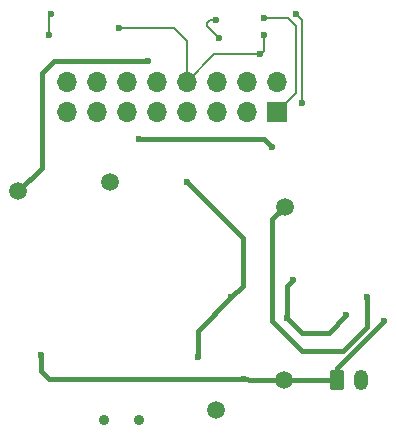
<source format=gbr>
%TF.GenerationSoftware,KiCad,Pcbnew,8.0.1*%
%TF.CreationDate,2024-03-24T23:22:49+02:00*%
%TF.ProjectId,EEE3088F_2024_Group_52_Power,45454533-3038-4384-965f-323032345f47,rev?*%
%TF.SameCoordinates,Original*%
%TF.FileFunction,Copper,L2,Bot*%
%TF.FilePolarity,Positive*%
%FSLAX46Y46*%
G04 Gerber Fmt 4.6, Leading zero omitted, Abs format (unit mm)*
G04 Created by KiCad (PCBNEW 8.0.1) date 2024-03-24 23:22:49*
%MOMM*%
%LPD*%
G01*
G04 APERTURE LIST*
G04 Aperture macros list*
%AMRoundRect*
0 Rectangle with rounded corners*
0 $1 Rounding radius*
0 $2 $3 $4 $5 $6 $7 $8 $9 X,Y pos of 4 corners*
0 Add a 4 corners polygon primitive as box body*
4,1,4,$2,$3,$4,$5,$6,$7,$8,$9,$2,$3,0*
0 Add four circle primitives for the rounded corners*
1,1,$1+$1,$2,$3*
1,1,$1+$1,$4,$5*
1,1,$1+$1,$6,$7*
1,1,$1+$1,$8,$9*
0 Add four rect primitives between the rounded corners*
20,1,$1+$1,$2,$3,$4,$5,0*
20,1,$1+$1,$4,$5,$6,$7,0*
20,1,$1+$1,$6,$7,$8,$9,0*
20,1,$1+$1,$8,$9,$2,$3,0*%
G04 Aperture macros list end*
%TA.AperFunction,ComponentPad*%
%ADD10O,1.700000X1.700000*%
%TD*%
%TA.AperFunction,ComponentPad*%
%ADD11R,1.700000X1.700000*%
%TD*%
%TA.AperFunction,ComponentPad*%
%ADD12RoundRect,0.250000X-0.350000X-0.625000X0.350000X-0.625000X0.350000X0.625000X-0.350000X0.625000X0*%
%TD*%
%TA.AperFunction,ComponentPad*%
%ADD13O,1.200000X1.750000*%
%TD*%
%TA.AperFunction,ComponentPad*%
%ADD14C,1.500000*%
%TD*%
%TA.AperFunction,ComponentPad*%
%ADD15C,0.900000*%
%TD*%
%TA.AperFunction,ViaPad*%
%ADD16C,0.600000*%
%TD*%
%TA.AperFunction,Conductor*%
%ADD17C,0.400000*%
%TD*%
%TA.AperFunction,Conductor*%
%ADD18C,0.200000*%
%TD*%
G04 APERTURE END LIST*
D10*
%TO.P,J1,16,Pin_16*%
%TO.N,PWM4*%
X116095000Y-23735000D03*
%TO.P,J1,15,Pin_15*%
%TO.N,Motor1_B*%
X116095000Y-26275000D03*
%TO.P,J1,14,Pin_14*%
%TO.N,PWM3*%
X118635000Y-23735000D03*
%TO.P,J1,13,Pin_13*%
%TO.N,Motor1_A*%
X118635000Y-26275000D03*
%TO.P,J1,12,Pin_12*%
%TO.N,5V*%
X121175000Y-23735000D03*
%TO.P,J1,11,Pin_11*%
X121175000Y-26275000D03*
%TO.P,J1,10,Pin_10*%
%TO.N,BATT_ADC*%
X123715000Y-23735000D03*
%TO.P,J1,9,Pin_9*%
%TO.N,RESV*%
X123715000Y-26275000D03*
%TO.P,J1,8,Pin_8*%
%TO.N,VCC*%
X126255000Y-23735000D03*
%TO.P,J1,7,Pin_7*%
X126255000Y-26275000D03*
%TO.P,J1,6,Pin_6*%
%TO.N,GND*%
X128795000Y-23735000D03*
%TO.P,J1,5,Pin_5*%
X128795000Y-26275000D03*
%TO.P,J1,4,Pin_4*%
%TO.N,PWM2*%
X131335000Y-23735000D03*
%TO.P,J1,3,Pin_3*%
%TO.N,Motor2_B*%
X131335000Y-26275000D03*
%TO.P,J1,2,Pin_2*%
%TO.N,PWM1*%
X133875000Y-23735000D03*
D11*
%TO.P,J1,1,Pin_1*%
%TO.N,Motor2_A*%
X133875000Y-26275000D03*
%TD*%
D12*
%TO.P,J2,1,Pin_1*%
%TO.N,BATT*%
X139000000Y-49000000D03*
D13*
%TO.P,J2,2,Pin_2*%
%TO.N,GND*%
X141000000Y-49000000D03*
%TD*%
D14*
%TO.P,TP16,1,1*%
%TO.N,BATT*%
X134500000Y-49000000D03*
%TD*%
%TO.P,TP13,1,1*%
%TO.N,5V*%
X134560000Y-34334000D03*
%TD*%
%TO.P,TP4,1,1*%
%TO.N,VCC*%
X128736000Y-51500000D03*
%TD*%
%TO.P,TP2,1,1*%
%TO.N,BATT_ADC*%
X112000000Y-33000000D03*
%TD*%
%TO.P,TP1,1,1*%
%TO.N,Net-(JP3-A)*%
X119750000Y-32250000D03*
%TD*%
D15*
%TO.P,SW1,*%
%TO.N,*%
X122250000Y-52400000D03*
X119250000Y-52400000D03*
%TD*%
D16*
%TO.N,GND*%
X134750000Y-43750000D03*
X135250000Y-40500000D03*
X139770000Y-43520000D03*
%TO.N,VCC*%
X126250000Y-32250000D03*
%TO.N,GND*%
X128750000Y-18500000D03*
X129000000Y-20000000D03*
X114750000Y-18000000D03*
X114563235Y-19813235D03*
%TO.N,5V*%
X141500000Y-42000000D03*
%TO.N,BATT*%
X143000000Y-44000000D03*
%TO.N,VCC*%
X130000000Y-42000000D03*
X120500000Y-19200000D03*
X127200000Y-47000000D03*
X132500000Y-21400000D03*
X132800000Y-19800000D03*
%TO.N,5V*%
X133500000Y-29300000D03*
X122200000Y-28600000D03*
%TO.N,BATT_ADC*%
X123000000Y-22000000D03*
%TO.N,BATT*%
X131100000Y-48900000D03*
X113900000Y-46900000D03*
%TO.N,Motor2_B*%
X135500000Y-18000000D03*
%TO.N,Motor2_A*%
X132800000Y-18300000D03*
%TO.N,Motor2_B*%
X136000000Y-25500000D03*
%TD*%
D17*
%TO.N,GND*%
X136000000Y-45000000D02*
X134750000Y-43750000D01*
X138290000Y-45000000D02*
X136000000Y-45000000D01*
X139770000Y-43520000D02*
X138290000Y-45000000D01*
X134750000Y-41000000D02*
X134750000Y-43750000D01*
X135250000Y-40500000D02*
X134750000Y-41000000D01*
%TO.N,VCC*%
X131000000Y-37000000D02*
X126250000Y-32250000D01*
X131000000Y-39050000D02*
X131000000Y-37000000D01*
D18*
%TO.N,GND*%
X128250000Y-18500000D02*
X128000000Y-18750000D01*
X128000000Y-19000000D02*
X129000000Y-20000000D01*
X128750000Y-18500000D02*
X128250000Y-18500000D01*
X128000000Y-18750000D02*
X128000000Y-19000000D01*
X114563235Y-18186765D02*
X114750000Y-18000000D01*
X114563235Y-19813235D02*
X114563235Y-18186765D01*
%TO.N,Motor2_B*%
X136000000Y-18500000D02*
X135500000Y-18000000D01*
X136000000Y-25500000D02*
X136000000Y-18500000D01*
D17*
%TO.N,VCC*%
X131000000Y-41000000D02*
X131000000Y-39050000D01*
X130000000Y-42000000D02*
X131000000Y-41000000D01*
%TO.N,5V*%
X132800000Y-28600000D02*
X122200000Y-28600000D01*
X133500000Y-29300000D02*
X132800000Y-28600000D01*
X141500000Y-44500000D02*
X141500000Y-42000000D01*
X136000000Y-46500000D02*
X139500000Y-46500000D01*
X133500000Y-44000000D02*
X136000000Y-46500000D01*
X139500000Y-46500000D02*
X141500000Y-44500000D01*
X133500000Y-35394000D02*
X133500000Y-44000000D01*
X134560000Y-34334000D02*
X133500000Y-35394000D01*
%TO.N,BATT*%
X143000000Y-44000000D02*
X139000000Y-48000000D01*
X139000000Y-48000000D02*
X139000000Y-49000000D01*
X131500000Y-49000000D02*
X139000000Y-49000000D01*
X131100000Y-48900000D02*
X131400000Y-48900000D01*
X131400000Y-48900000D02*
X131500000Y-49000000D01*
%TO.N,BATT_ADC*%
X114000000Y-31000000D02*
X112000000Y-33000000D01*
X114000000Y-31000000D02*
X114000000Y-30000000D01*
X114000000Y-23000000D02*
X114000000Y-30000000D01*
D18*
%TO.N,VCC*%
X125200000Y-19200000D02*
X126255000Y-20255000D01*
X120500000Y-19200000D02*
X125200000Y-19200000D01*
D17*
%TO.N,BATT_ADC*%
X115000000Y-22000000D02*
X114000000Y-23000000D01*
X123000000Y-22000000D02*
X115000000Y-22000000D01*
D18*
%TO.N,VCC*%
X126255000Y-20255000D02*
X126255000Y-23735000D01*
D17*
X127200000Y-44800000D02*
X127200000Y-47000000D01*
X127200000Y-44800000D02*
X130000000Y-42000000D01*
D18*
X128590000Y-21400000D02*
X126255000Y-23735000D01*
X132500000Y-21400000D02*
X128590000Y-21400000D01*
X132800000Y-21100000D02*
X132500000Y-21400000D01*
X132800000Y-19800000D02*
X132800000Y-21100000D01*
D17*
%TO.N,BATT*%
X113900000Y-46900000D02*
X113900000Y-48200000D01*
X114600000Y-48900000D02*
X131100000Y-48900000D01*
X113900000Y-48200000D02*
X114600000Y-48900000D01*
D18*
%TO.N,Motor2_A*%
X132800000Y-18300000D02*
X134800000Y-18300000D01*
X134800000Y-18300000D02*
X135500000Y-19000000D01*
X135500000Y-19000000D02*
X135500000Y-24650000D01*
X135500000Y-24650000D02*
X133875000Y-26275000D01*
%TD*%
M02*

</source>
